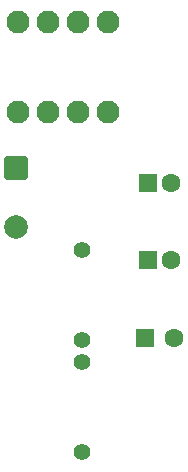
<source format=gbr>
%TF.GenerationSoftware,KiCad,Pcbnew,9.0.6*%
%TF.CreationDate,2025-12-11T22:01:46+06:00*%
%TF.ProjectId,low power audio amp,6c6f7720-706f-4776-9572-20617564696f,rev?*%
%TF.SameCoordinates,Original*%
%TF.FileFunction,Soldermask,Bot*%
%TF.FilePolarity,Negative*%
%FSLAX46Y46*%
G04 Gerber Fmt 4.6, Leading zero omitted, Abs format (unit mm)*
G04 Created by KiCad (PCBNEW 9.0.6) date 2025-12-11 22:01:46*
%MOMM*%
%LPD*%
G01*
G04 APERTURE LIST*
G04 Aperture macros list*
%AMRoundRect*
0 Rectangle with rounded corners*
0 $1 Rounding radius*
0 $2 $3 $4 $5 $6 $7 $8 $9 X,Y pos of 4 corners*
0 Add a 4 corners polygon primitive as box body*
4,1,4,$2,$3,$4,$5,$6,$7,$8,$9,$2,$3,0*
0 Add four circle primitives for the rounded corners*
1,1,$1+$1,$2,$3*
1,1,$1+$1,$4,$5*
1,1,$1+$1,$6,$7*
1,1,$1+$1,$8,$9*
0 Add four rect primitives between the rounded corners*
20,1,$1+$1,$2,$3,$4,$5,0*
20,1,$1+$1,$4,$5,$6,$7,0*
20,1,$1+$1,$6,$7,$8,$9,0*
20,1,$1+$1,$8,$9,$2,$3,0*%
G04 Aperture macros list end*
%ADD10C,1.931200*%
%ADD11RoundRect,0.250000X-0.550000X-0.550000X0.550000X-0.550000X0.550000X0.550000X-0.550000X0.550000X0*%
%ADD12C,1.600000*%
%ADD13RoundRect,0.250000X-0.750000X0.750000X-0.750000X-0.750000X0.750000X-0.750000X0.750000X0.750000X0*%
%ADD14C,2.000000*%
%ADD15C,1.400000*%
G04 APERTURE END LIST*
D10*
%TO.C,U1*%
X66675000Y-57404000D03*
X69215000Y-57404000D03*
X71755000Y-57404000D03*
X74295000Y-57404000D03*
X74295000Y-49784000D03*
X71755000Y-49784000D03*
X69215000Y-49784000D03*
X66675000Y-49784000D03*
%TD*%
D11*
%TO.C,C3*%
X77407888Y-76527000D03*
D12*
X79907888Y-76527000D03*
%TD*%
D11*
%TO.C,C2*%
X77657888Y-69977000D03*
D12*
X79657888Y-69977000D03*
%TD*%
D13*
%TO.C,C4*%
X66548000Y-62148323D03*
D14*
X66548000Y-67148323D03*
%TD*%
D15*
%TO.C,R2*%
X72136000Y-69056000D03*
X72136000Y-76676000D03*
%TD*%
%TO.C,R1*%
X72136000Y-86233000D03*
X72136000Y-78613000D03*
%TD*%
D11*
%TO.C,C1*%
X77657888Y-63427000D03*
D12*
X79657888Y-63427000D03*
%TD*%
M02*

</source>
